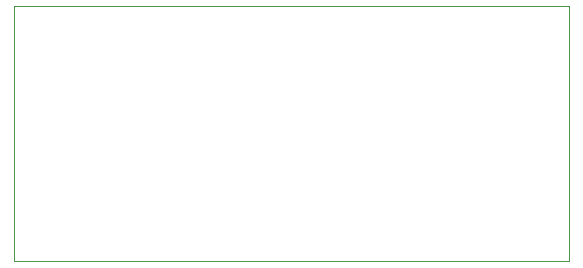
<source format=gbr>
G04 #@! TF.GenerationSoftware,KiCad,Pcbnew,(5.1.4)-1*
G04 #@! TF.CreationDate,2020-01-22T19:26:31-05:00*
G04 #@! TF.ProjectId,UniversalLM393,556e6976-6572-4736-916c-4c4d3339332e,rev?*
G04 #@! TF.SameCoordinates,Original*
G04 #@! TF.FileFunction,Profile,NP*
%FSLAX46Y46*%
G04 Gerber Fmt 4.6, Leading zero omitted, Abs format (unit mm)*
G04 Created by KiCad (PCBNEW (5.1.4)-1) date 2020-01-22 19:26:31*
%MOMM*%
%LPD*%
G04 APERTURE LIST*
%ADD10C,0.050000*%
G04 APERTURE END LIST*
D10*
X173990000Y-83820000D02*
X127000000Y-83820000D01*
X173990000Y-105410000D02*
X173990000Y-83820000D01*
X127000000Y-105410000D02*
X173990000Y-105410000D01*
X127000000Y-83820000D02*
X127000000Y-105410000D01*
M02*

</source>
